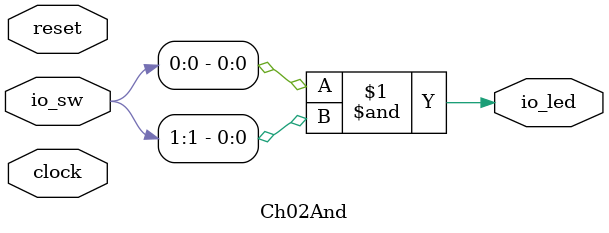
<source format=v>
module Ch02And(
  input        clock,
  input        reset,
  input  [1:0] io_sw, // @[\\src\\main\\scala\\Ch02And.scala 4:14]
  output       io_led // @[\\src\\main\\scala\\Ch02And.scala 4:14]
);
  assign io_led = io_sw[0] & io_sw[1]; // @[\\src\\main\\scala\\Ch02And.scala 9:22]
endmodule

</source>
